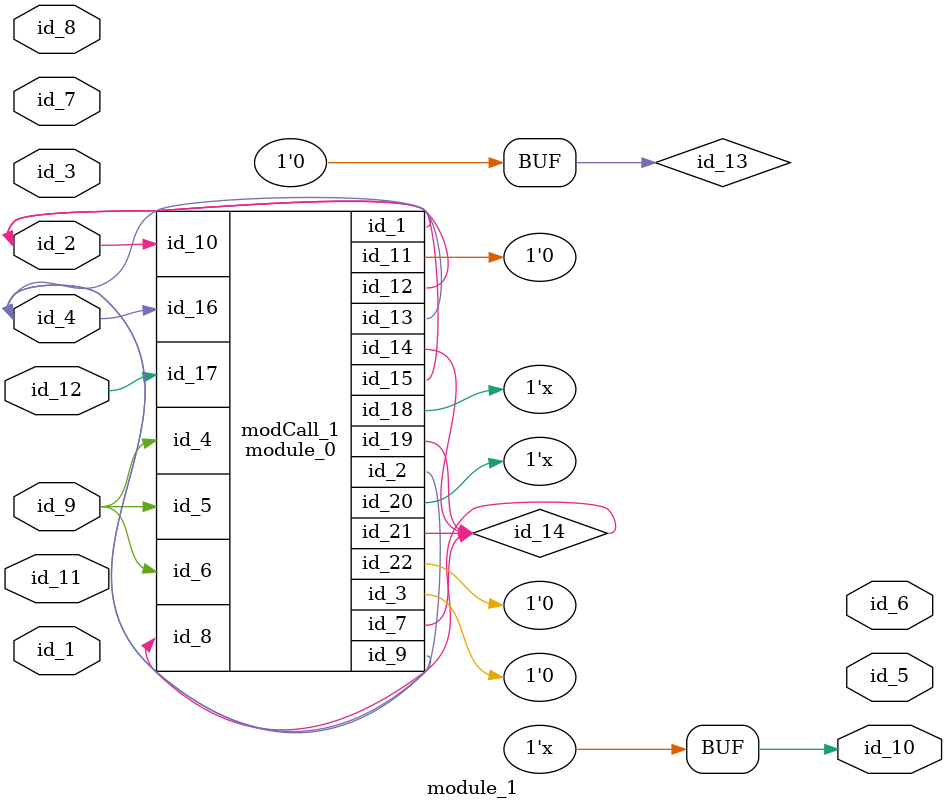
<source format=v>
module module_0 (
    id_1,
    id_2,
    id_3,
    id_4,
    id_5,
    id_6,
    id_7,
    id_8,
    id_9,
    id_10,
    id_11,
    id_12,
    id_13,
    id_14,
    id_15,
    id_16,
    id_17,
    id_18,
    id_19,
    id_20,
    id_21,
    id_22
);
  output wire id_22;
  output wire id_21;
  output wire id_20;
  output wire id_19;
  output wire id_18;
  input wire id_17;
  input wire id_16;
  output wire id_15;
  output wire id_14;
  output wire id_13;
  output wire id_12;
  inout wire id_11;
  input wire id_10;
  output wire id_9;
  input wire id_8;
  inout wire id_7;
  input wire id_6;
  input wire id_5;
  input wire id_4;
  inout wire id_3;
  inout wire id_2;
  inout wire id_1;
  wire id_23;
endmodule
module module_1 (
    id_1,
    id_2,
    id_3,
    id_4,
    id_5,
    id_6,
    id_7,
    id_8,
    id_9,
    id_10,
    id_11,
    id_12
);
  input wire id_12;
  input wire id_11;
  output wire id_10;
  input wire id_9;
  input wire id_8;
  inout wire id_7;
  output wire id_6;
  output wire id_5;
  inout wire id_4;
  input wire id_3;
  inout wire id_2;
  input wire id_1;
  tri  id_13;
  wire id_14;
  assign id_10 = 1 / id_13;
  module_0 modCall_1 (
      id_2,
      id_4,
      id_13,
      id_9,
      id_9,
      id_9,
      id_14,
      id_14,
      id_4,
      id_2,
      id_13,
      id_2,
      id_4,
      id_14,
      id_2,
      id_4,
      id_12,
      id_10,
      id_14,
      id_10,
      id_14,
      id_13
  );
  wire id_15;
  assign id_13 = 1'd0;
  wire id_16;
endmodule

</source>
